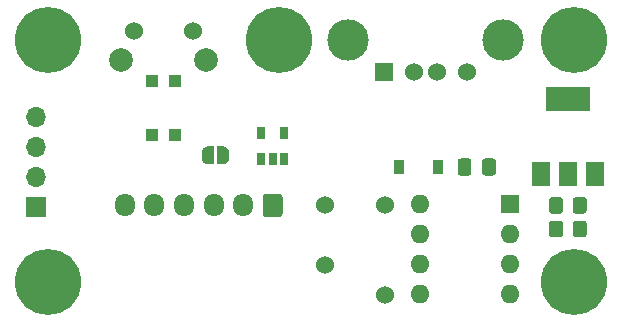
<source format=gbs>
G04 #@! TF.GenerationSoftware,KiCad,Pcbnew,5.1.9+dfsg1-1+deb11u1*
G04 #@! TF.CreationDate,2023-07-30T21:54:34+09:00*
G04 #@! TF.ProjectId,tablet-usb-adapter,7461626c-6574-42d7-9573-622d61646170,rev?*
G04 #@! TF.SameCoordinates,Original*
G04 #@! TF.FileFunction,Soldermask,Bot*
G04 #@! TF.FilePolarity,Negative*
%FSLAX46Y46*%
G04 Gerber Fmt 4.6, Leading zero omitted, Abs format (unit mm)*
G04 Created by KiCad (PCBNEW 5.1.9+dfsg1-1+deb11u1) date 2023-07-30 21:54:34*
%MOMM*%
%LPD*%
G01*
G04 APERTURE LIST*
%ADD10C,5.600000*%
%ADD11R,1.700000X1.700000*%
%ADD12O,1.700000X1.700000*%
%ADD13O,1.700000X1.950000*%
%ADD14C,3.500000*%
%ADD15R,1.524000X1.524000*%
%ADD16C,1.524000*%
%ADD17R,3.800000X2.000000*%
%ADD18R,1.500000X2.000000*%
%ADD19R,1.600000X1.600000*%
%ADD20O,1.600000X1.600000*%
%ADD21R,0.900000X1.200000*%
%ADD22C,0.100000*%
%ADD23C,2.000000*%
%ADD24R,0.650000X1.060000*%
%ADD25R,1.000000X1.000000*%
G04 APERTURE END LIST*
D10*
X119000000Y-67500000D03*
X99500000Y-88000000D03*
X144000000Y-88000000D03*
X144000000Y-67500000D03*
X99500000Y-67500000D03*
G36*
G01*
X145100000Y-81049999D02*
X145100000Y-81950001D01*
G75*
G02*
X144850001Y-82200000I-249999J0D01*
G01*
X144149999Y-82200000D01*
G75*
G02*
X143900000Y-81950001I0J249999D01*
G01*
X143900000Y-81049999D01*
G75*
G02*
X144149999Y-80800000I249999J0D01*
G01*
X144850001Y-80800000D01*
G75*
G02*
X145100000Y-81049999I0J-249999D01*
G01*
G37*
G36*
G01*
X143100000Y-81049999D02*
X143100000Y-81950001D01*
G75*
G02*
X142850001Y-82200000I-249999J0D01*
G01*
X142149999Y-82200000D01*
G75*
G02*
X141900000Y-81950001I0J249999D01*
G01*
X141900000Y-81049999D01*
G75*
G02*
X142149999Y-80800000I249999J0D01*
G01*
X142850001Y-80800000D01*
G75*
G02*
X143100000Y-81049999I0J-249999D01*
G01*
G37*
G36*
G01*
X134162500Y-78725000D02*
X134162500Y-77775000D01*
G75*
G02*
X134412500Y-77525000I250000J0D01*
G01*
X135087500Y-77525000D01*
G75*
G02*
X135337500Y-77775000I0J-250000D01*
G01*
X135337500Y-78725000D01*
G75*
G02*
X135087500Y-78975000I-250000J0D01*
G01*
X134412500Y-78975000D01*
G75*
G02*
X134162500Y-78725000I0J250000D01*
G01*
G37*
G36*
G01*
X136237500Y-78725000D02*
X136237500Y-77775000D01*
G75*
G02*
X136487500Y-77525000I250000J0D01*
G01*
X137162500Y-77525000D01*
G75*
G02*
X137412500Y-77775000I0J-250000D01*
G01*
X137412500Y-78725000D01*
G75*
G02*
X137162500Y-78975000I-250000J0D01*
G01*
X136487500Y-78975000D01*
G75*
G02*
X136237500Y-78725000I0J250000D01*
G01*
G37*
D11*
X98500000Y-81620000D03*
D12*
X98500000Y-79080000D03*
X98500000Y-76540000D03*
X98500000Y-74000000D03*
G36*
G01*
X119350000Y-80775000D02*
X119350000Y-82225000D01*
G75*
G02*
X119100000Y-82475000I-250000J0D01*
G01*
X117900000Y-82475000D01*
G75*
G02*
X117650000Y-82225000I0J250000D01*
G01*
X117650000Y-80775000D01*
G75*
G02*
X117900000Y-80525000I250000J0D01*
G01*
X119100000Y-80525000D01*
G75*
G02*
X119350000Y-80775000I0J-250000D01*
G01*
G37*
D13*
X116000000Y-81500000D03*
X113500000Y-81500000D03*
X111000000Y-81500000D03*
X108500000Y-81500000D03*
X106000000Y-81500000D03*
D14*
X138000000Y-67500000D03*
X124860000Y-67500000D03*
D15*
X127930000Y-70210000D03*
D16*
X130430000Y-70210000D03*
X132430000Y-70210000D03*
X134930000Y-70210000D03*
D17*
X143500000Y-72500000D03*
D18*
X143500000Y-78800000D03*
X141200000Y-78800000D03*
X145800000Y-78800000D03*
G36*
G01*
X143100000Y-83049999D02*
X143100000Y-83950001D01*
G75*
G02*
X142850001Y-84200000I-249999J0D01*
G01*
X142149999Y-84200000D01*
G75*
G02*
X141900000Y-83950001I0J249999D01*
G01*
X141900000Y-83049999D01*
G75*
G02*
X142149999Y-82800000I249999J0D01*
G01*
X142850001Y-82800000D01*
G75*
G02*
X143100000Y-83049999I0J-249999D01*
G01*
G37*
G36*
G01*
X145100000Y-83049999D02*
X145100000Y-83950001D01*
G75*
G02*
X144850001Y-84200000I-249999J0D01*
G01*
X144149999Y-84200000D01*
G75*
G02*
X143900000Y-83950001I0J249999D01*
G01*
X143900000Y-83049999D01*
G75*
G02*
X144149999Y-82800000I249999J0D01*
G01*
X144850001Y-82800000D01*
G75*
G02*
X145100000Y-83049999I0J-249999D01*
G01*
G37*
D19*
X138620000Y-81380000D03*
D20*
X131000000Y-89000000D03*
X138620000Y-83920000D03*
X131000000Y-86460000D03*
X138620000Y-86460000D03*
X131000000Y-83920000D03*
X138620000Y-89000000D03*
X131000000Y-81380000D03*
D21*
X129200000Y-78250000D03*
X132500000Y-78250000D03*
D16*
X122920000Y-81500000D03*
X128000000Y-81500000D03*
X122920000Y-86580000D03*
X128000000Y-89120000D03*
D22*
G36*
X113500000Y-78000000D02*
G01*
X113000000Y-78000000D01*
X113000000Y-77999398D01*
X112975466Y-77999398D01*
X112926635Y-77994588D01*
X112878510Y-77985016D01*
X112831555Y-77970772D01*
X112786222Y-77951995D01*
X112742949Y-77928864D01*
X112702150Y-77901604D01*
X112664221Y-77870476D01*
X112629524Y-77835779D01*
X112598396Y-77797850D01*
X112571136Y-77757051D01*
X112548005Y-77713778D01*
X112529228Y-77668445D01*
X112514984Y-77621490D01*
X112505412Y-77573365D01*
X112500602Y-77524534D01*
X112500602Y-77500000D01*
X112500000Y-77500000D01*
X112500000Y-77000000D01*
X112500602Y-77000000D01*
X112500602Y-76975466D01*
X112505412Y-76926635D01*
X112514984Y-76878510D01*
X112529228Y-76831555D01*
X112548005Y-76786222D01*
X112571136Y-76742949D01*
X112598396Y-76702150D01*
X112629524Y-76664221D01*
X112664221Y-76629524D01*
X112702150Y-76598396D01*
X112742949Y-76571136D01*
X112786222Y-76548005D01*
X112831555Y-76529228D01*
X112878510Y-76514984D01*
X112926635Y-76505412D01*
X112975466Y-76500602D01*
X113000000Y-76500602D01*
X113000000Y-76500000D01*
X113500000Y-76500000D01*
X113500000Y-78000000D01*
G37*
G36*
X114300000Y-76500602D02*
G01*
X114324534Y-76500602D01*
X114373365Y-76505412D01*
X114421490Y-76514984D01*
X114468445Y-76529228D01*
X114513778Y-76548005D01*
X114557051Y-76571136D01*
X114597850Y-76598396D01*
X114635779Y-76629524D01*
X114670476Y-76664221D01*
X114701604Y-76702150D01*
X114728864Y-76742949D01*
X114751995Y-76786222D01*
X114770772Y-76831555D01*
X114785016Y-76878510D01*
X114794588Y-76926635D01*
X114799398Y-76975466D01*
X114799398Y-77000000D01*
X114800000Y-77000000D01*
X114800000Y-77500000D01*
X114799398Y-77500000D01*
X114799398Y-77524534D01*
X114794588Y-77573365D01*
X114785016Y-77621490D01*
X114770772Y-77668445D01*
X114751995Y-77713778D01*
X114728864Y-77757051D01*
X114701604Y-77797850D01*
X114670476Y-77835779D01*
X114635779Y-77870476D01*
X114597850Y-77901604D01*
X114557051Y-77928864D01*
X114513778Y-77951995D01*
X114468445Y-77970772D01*
X114421490Y-77985016D01*
X114373365Y-77994588D01*
X114324534Y-77999398D01*
X114300000Y-77999398D01*
X114300000Y-78000000D01*
X113800000Y-78000000D01*
X113800000Y-76500000D01*
X114300000Y-76500000D01*
X114300000Y-76500602D01*
G37*
D16*
X111750000Y-66750000D03*
X106750000Y-66750000D03*
D23*
X112850000Y-69150000D03*
X105650000Y-69150000D03*
D24*
X119450000Y-77600000D03*
X118500000Y-77600000D03*
X117550000Y-77600000D03*
X117550000Y-75400000D03*
X119450000Y-75400000D03*
D25*
X108250000Y-75500000D03*
X110250000Y-71000000D03*
X108250000Y-71000000D03*
X110250000Y-75500000D03*
M02*

</source>
